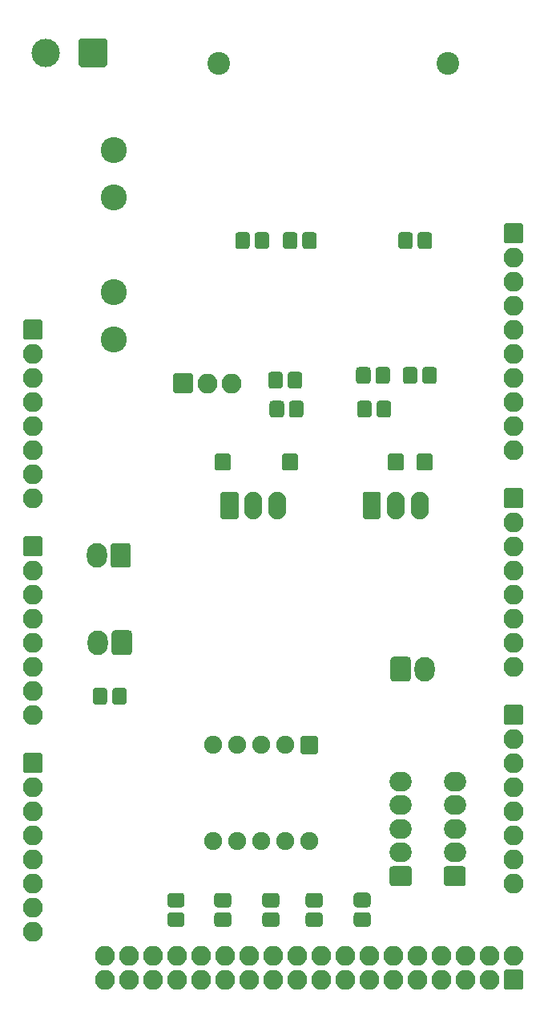
<source format=gbr>
G04 #@! TF.GenerationSoftware,KiCad,Pcbnew,(5.1.8)-1*
G04 #@! TF.CreationDate,2021-02-09T17:12:27-05:00*
G04 #@! TF.ProjectId,rlcs_power,726c6373-5f70-46f7-9765-722e6b696361,rev?*
G04 #@! TF.SameCoordinates,Original*
G04 #@! TF.FileFunction,Soldermask,Bot*
G04 #@! TF.FilePolarity,Negative*
%FSLAX46Y46*%
G04 Gerber Fmt 4.6, Leading zero omitted, Abs format (unit mm)*
G04 Created by KiCad (PCBNEW (5.1.8)-1) date 2021-02-09 17:12:27*
%MOMM*%
%LPD*%
G01*
G04 APERTURE LIST*
%ADD10C,2.400000*%
%ADD11O,2.100000X2.100000*%
%ADD12O,2.350000X2.100000*%
%ADD13C,1.900000*%
%ADD14O,1.900000X2.900000*%
%ADD15O,2.140000X2.600000*%
%ADD16C,3.000000*%
%ADD17C,2.750000*%
G04 APERTURE END LIST*
D10*
X139100000Y-67140000D03*
X114900000Y-67140000D03*
G36*
G01*
X145000000Y-113880000D02*
X145000000Y-112180000D01*
G75*
G02*
X145200000Y-111980000I200000J0D01*
G01*
X146900000Y-111980000D01*
G75*
G02*
X147100000Y-112180000I0J-200000D01*
G01*
X147100000Y-113880000D01*
G75*
G02*
X146900000Y-114080000I-200000J0D01*
G01*
X145200000Y-114080000D01*
G75*
G02*
X145000000Y-113880000I0J200000D01*
G01*
G37*
D11*
X146050000Y-115570000D03*
X146050000Y-118110000D03*
X146050000Y-120650000D03*
X146050000Y-123190000D03*
X146050000Y-125730000D03*
X146050000Y-128270000D03*
X146050000Y-130810000D03*
X146050000Y-107950000D03*
X146050000Y-105410000D03*
X146050000Y-102870000D03*
X146050000Y-100330000D03*
X146050000Y-97790000D03*
X146050000Y-95250000D03*
X146050000Y-92710000D03*
X146050000Y-90170000D03*
X146050000Y-87630000D03*
G36*
G01*
X145000000Y-85940000D02*
X145000000Y-84240000D01*
G75*
G02*
X145200000Y-84040000I200000J0D01*
G01*
X146900000Y-84040000D01*
G75*
G02*
X147100000Y-84240000I0J-200000D01*
G01*
X147100000Y-85940000D01*
G75*
G02*
X146900000Y-86140000I-200000J0D01*
G01*
X145200000Y-86140000D01*
G75*
G02*
X145000000Y-85940000I0J200000D01*
G01*
G37*
G36*
G01*
X145000000Y-136740000D02*
X145000000Y-135040000D01*
G75*
G02*
X145200000Y-134840000I200000J0D01*
G01*
X146900000Y-134840000D01*
G75*
G02*
X147100000Y-135040000I0J-200000D01*
G01*
X147100000Y-136740000D01*
G75*
G02*
X146900000Y-136940000I-200000J0D01*
G01*
X145200000Y-136940000D01*
G75*
G02*
X145000000Y-136740000I0J200000D01*
G01*
G37*
X146050000Y-138430000D03*
X146050000Y-140970000D03*
X146050000Y-143510000D03*
X146050000Y-146050000D03*
X146050000Y-148590000D03*
X146050000Y-151130000D03*
X146050000Y-153670000D03*
G36*
G01*
X94200000Y-141820000D02*
X94200000Y-140120000D01*
G75*
G02*
X94400000Y-139920000I200000J0D01*
G01*
X96100000Y-139920000D01*
G75*
G02*
X96300000Y-140120000I0J-200000D01*
G01*
X96300000Y-141820000D01*
G75*
G02*
X96100000Y-142020000I-200000J0D01*
G01*
X94400000Y-142020000D01*
G75*
G02*
X94200000Y-141820000I0J200000D01*
G01*
G37*
X95250000Y-143510000D03*
X95250000Y-146050000D03*
X95250000Y-148590000D03*
X95250000Y-151130000D03*
X95250000Y-153670000D03*
X95250000Y-156210000D03*
X95250000Y-158750000D03*
G36*
G01*
X94200000Y-118960000D02*
X94200000Y-117260000D01*
G75*
G02*
X94400000Y-117060000I200000J0D01*
G01*
X96100000Y-117060000D01*
G75*
G02*
X96300000Y-117260000I0J-200000D01*
G01*
X96300000Y-118960000D01*
G75*
G02*
X96100000Y-119160000I-200000J0D01*
G01*
X94400000Y-119160000D01*
G75*
G02*
X94200000Y-118960000I0J200000D01*
G01*
G37*
X95250000Y-120650000D03*
X95250000Y-123190000D03*
X95250000Y-125730000D03*
X95250000Y-128270000D03*
X95250000Y-130810000D03*
X95250000Y-133350000D03*
X95250000Y-135890000D03*
G36*
G01*
X94200000Y-96100000D02*
X94200000Y-94400000D01*
G75*
G02*
X94400000Y-94200000I200000J0D01*
G01*
X96100000Y-94200000D01*
G75*
G02*
X96300000Y-94400000I0J-200000D01*
G01*
X96300000Y-96100000D01*
G75*
G02*
X96100000Y-96300000I-200000J0D01*
G01*
X94400000Y-96300000D01*
G75*
G02*
X94200000Y-96100000I0J200000D01*
G01*
G37*
X95250000Y-97790000D03*
X95250000Y-100330000D03*
X95250000Y-102870000D03*
X95250000Y-105410000D03*
X95250000Y-107950000D03*
X95250000Y-110490000D03*
X95250000Y-113030000D03*
G36*
G01*
X145200000Y-162780000D02*
X146900000Y-162780000D01*
G75*
G02*
X147100000Y-162980000I0J-200000D01*
G01*
X147100000Y-164680000D01*
G75*
G02*
X146900000Y-164880000I-200000J0D01*
G01*
X145200000Y-164880000D01*
G75*
G02*
X145000000Y-164680000I0J200000D01*
G01*
X145000000Y-162980000D01*
G75*
G02*
X145200000Y-162780000I200000J0D01*
G01*
G37*
X146050000Y-161290000D03*
X143510000Y-163830000D03*
X143510000Y-161290000D03*
X140970000Y-163830000D03*
X140970000Y-161290000D03*
X138430000Y-163830000D03*
X138430000Y-161290000D03*
X135890000Y-163830000D03*
X135890000Y-161290000D03*
X133350000Y-163830000D03*
X133350000Y-161290000D03*
X130810000Y-163830000D03*
X130810000Y-161290000D03*
X128270000Y-163830000D03*
X128270000Y-161290000D03*
X125730000Y-163830000D03*
X125730000Y-161290000D03*
X123190000Y-163830000D03*
X123190000Y-161290000D03*
X120650000Y-163830000D03*
X120650000Y-161290000D03*
X118110000Y-163830000D03*
X118110000Y-161290000D03*
X115570000Y-163830000D03*
X115570000Y-161290000D03*
X113030000Y-163830000D03*
X113030000Y-161290000D03*
X110490000Y-163830000D03*
X110490000Y-161290000D03*
X107950000Y-163830000D03*
X107950000Y-161290000D03*
X105410000Y-163830000D03*
X105410000Y-161290000D03*
X102870000Y-163830000D03*
X102870000Y-161290000D03*
X116205000Y-100901500D03*
X113665000Y-100901500D03*
G36*
G01*
X111975000Y-101951500D02*
X110275000Y-101951500D01*
G75*
G02*
X110075000Y-101751500I0J200000D01*
G01*
X110075000Y-100051500D01*
G75*
G02*
X110275000Y-99851500I200000J0D01*
G01*
X111975000Y-99851500D01*
G75*
G02*
X112175000Y-100051500I0J-200000D01*
G01*
X112175000Y-101751500D01*
G75*
G02*
X111975000Y-101951500I-200000J0D01*
G01*
G37*
D12*
X139827000Y-142908000D03*
X139827000Y-145408000D03*
X139827000Y-147908000D03*
X139827000Y-150408000D03*
G36*
G01*
X140693177Y-153958000D02*
X138960823Y-153958000D01*
G75*
G02*
X138652000Y-153649177I0J308823D01*
G01*
X138652000Y-152166823D01*
G75*
G02*
X138960823Y-151858000I308823J0D01*
G01*
X140693177Y-151858000D01*
G75*
G02*
X141002000Y-152166823I0J-308823D01*
G01*
X141002000Y-153649177D01*
G75*
G02*
X140693177Y-153958000I-308823J0D01*
G01*
G37*
X134112000Y-142908000D03*
X134112000Y-145408000D03*
X134112000Y-147908000D03*
X134112000Y-150408000D03*
G36*
G01*
X134978177Y-153958000D02*
X133245823Y-153958000D01*
G75*
G02*
X132937000Y-153649177I0J308823D01*
G01*
X132937000Y-152166823D01*
G75*
G02*
X133245823Y-151858000I308823J0D01*
G01*
X134978177Y-151858000D01*
G75*
G02*
X135287000Y-152166823I0J-308823D01*
G01*
X135287000Y-153649177D01*
G75*
G02*
X134978177Y-153958000I-308823J0D01*
G01*
G37*
G36*
G01*
X123710000Y-138115000D02*
X125210000Y-138115000D01*
G75*
G02*
X125410000Y-138315000I0J-200000D01*
G01*
X125410000Y-139815000D01*
G75*
G02*
X125210000Y-140015000I-200000J0D01*
G01*
X123710000Y-140015000D01*
G75*
G02*
X123510000Y-139815000I0J200000D01*
G01*
X123510000Y-138315000D01*
G75*
G02*
X123710000Y-138115000I200000J0D01*
G01*
G37*
D13*
X121920000Y-139065000D03*
X119380000Y-139065000D03*
X116840000Y-139065000D03*
X114300000Y-139065000D03*
X114300000Y-149225000D03*
X116840000Y-149225000D03*
X119380000Y-149225000D03*
X121920000Y-149225000D03*
X124460000Y-149225000D03*
G36*
G01*
X121661000Y-100020955D02*
X121661000Y-101147045D01*
G75*
G02*
X121324045Y-101484000I-336955J0D01*
G01*
X120447955Y-101484000D01*
G75*
G02*
X120111000Y-101147045I0J336955D01*
G01*
X120111000Y-100020955D01*
G75*
G02*
X120447955Y-99684000I336955J0D01*
G01*
X121324045Y-99684000D01*
G75*
G02*
X121661000Y-100020955I0J-336955D01*
G01*
G37*
G36*
G01*
X123711000Y-100020955D02*
X123711000Y-101147045D01*
G75*
G02*
X123374045Y-101484000I-336955J0D01*
G01*
X122497955Y-101484000D01*
G75*
G02*
X122161000Y-101147045I0J336955D01*
G01*
X122161000Y-100020955D01*
G75*
G02*
X122497955Y-99684000I336955J0D01*
G01*
X123374045Y-99684000D01*
G75*
G02*
X123711000Y-100020955I0J-336955D01*
G01*
G37*
G36*
G01*
X121553000Y-109895000D02*
X121553000Y-108545000D01*
G75*
G02*
X121753000Y-108345000I200000J0D01*
G01*
X123103000Y-108345000D01*
G75*
G02*
X123303000Y-108545000I0J-200000D01*
G01*
X123303000Y-109895000D01*
G75*
G02*
X123103000Y-110095000I-200000J0D01*
G01*
X121753000Y-110095000D01*
G75*
G02*
X121553000Y-109895000I0J200000D01*
G01*
G37*
G36*
G01*
X135777000Y-109895000D02*
X135777000Y-108545000D01*
G75*
G02*
X135977000Y-108345000I200000J0D01*
G01*
X137327000Y-108345000D01*
G75*
G02*
X137527000Y-108545000I0J-200000D01*
G01*
X137527000Y-109895000D01*
G75*
G02*
X137327000Y-110095000I-200000J0D01*
G01*
X135977000Y-110095000D01*
G75*
G02*
X135777000Y-109895000I0J200000D01*
G01*
G37*
G36*
G01*
X114441000Y-109895000D02*
X114441000Y-108545000D01*
G75*
G02*
X114641000Y-108345000I200000J0D01*
G01*
X115991000Y-108345000D01*
G75*
G02*
X116191000Y-108545000I0J-200000D01*
G01*
X116191000Y-109895000D01*
G75*
G02*
X115991000Y-110095000I-200000J0D01*
G01*
X114641000Y-110095000D01*
G75*
G02*
X114441000Y-109895000I0J200000D01*
G01*
G37*
D14*
X121094500Y-113792000D03*
X118554500Y-113792000D03*
G36*
G01*
X115064500Y-115042000D02*
X115064500Y-112542000D01*
G75*
G02*
X115264500Y-112342000I200000J0D01*
G01*
X116764500Y-112342000D01*
G75*
G02*
X116964500Y-112542000I0J-200000D01*
G01*
X116964500Y-115042000D01*
G75*
G02*
X116764500Y-115242000I-200000J0D01*
G01*
X115264500Y-115242000D01*
G75*
G02*
X115064500Y-115042000I0J200000D01*
G01*
G37*
X136144000Y-113792000D03*
X133604000Y-113792000D03*
G36*
G01*
X130114000Y-115042000D02*
X130114000Y-112542000D01*
G75*
G02*
X130314000Y-112342000I200000J0D01*
G01*
X131814000Y-112342000D01*
G75*
G02*
X132014000Y-112542000I0J-200000D01*
G01*
X132014000Y-115042000D01*
G75*
G02*
X131814000Y-115242000I-200000J0D01*
G01*
X130314000Y-115242000D01*
G75*
G02*
X130114000Y-115042000I0J200000D01*
G01*
G37*
G36*
G01*
X135895000Y-86415045D02*
X135895000Y-85288955D01*
G75*
G02*
X136231955Y-84952000I336955J0D01*
G01*
X137108045Y-84952000D01*
G75*
G02*
X137445000Y-85288955I0J-336955D01*
G01*
X137445000Y-86415045D01*
G75*
G02*
X137108045Y-86752000I-336955J0D01*
G01*
X136231955Y-86752000D01*
G75*
G02*
X135895000Y-86415045I0J336955D01*
G01*
G37*
G36*
G01*
X133845000Y-86415045D02*
X133845000Y-85288955D01*
G75*
G02*
X134181955Y-84952000I336955J0D01*
G01*
X135058045Y-84952000D01*
G75*
G02*
X135395000Y-85288955I0J-336955D01*
G01*
X135395000Y-86415045D01*
G75*
G02*
X135058045Y-86752000I-336955J0D01*
G01*
X134181955Y-86752000D01*
G75*
G02*
X133845000Y-86415045I0J336955D01*
G01*
G37*
G36*
G01*
X125531045Y-156223000D02*
X124404955Y-156223000D01*
G75*
G02*
X124068000Y-155886045I0J336955D01*
G01*
X124068000Y-155009955D01*
G75*
G02*
X124404955Y-154673000I336955J0D01*
G01*
X125531045Y-154673000D01*
G75*
G02*
X125868000Y-155009955I0J-336955D01*
G01*
X125868000Y-155886045D01*
G75*
G02*
X125531045Y-156223000I-336955J0D01*
G01*
G37*
G36*
G01*
X125531045Y-158273000D02*
X124404955Y-158273000D01*
G75*
G02*
X124068000Y-157936045I0J336955D01*
G01*
X124068000Y-157059955D01*
G75*
G02*
X124404955Y-156723000I336955J0D01*
G01*
X125531045Y-156723000D01*
G75*
G02*
X125868000Y-157059955I0J-336955D01*
G01*
X125868000Y-157936045D01*
G75*
G02*
X125531045Y-158273000I-336955J0D01*
G01*
G37*
G36*
G01*
X130611045Y-156205000D02*
X129484955Y-156205000D01*
G75*
G02*
X129148000Y-155868045I0J336955D01*
G01*
X129148000Y-154991955D01*
G75*
G02*
X129484955Y-154655000I336955J0D01*
G01*
X130611045Y-154655000D01*
G75*
G02*
X130948000Y-154991955I0J-336955D01*
G01*
X130948000Y-155868045D01*
G75*
G02*
X130611045Y-156205000I-336955J0D01*
G01*
G37*
G36*
G01*
X130611045Y-158255000D02*
X129484955Y-158255000D01*
G75*
G02*
X129148000Y-157918045I0J336955D01*
G01*
X129148000Y-157041955D01*
G75*
G02*
X129484955Y-156705000I336955J0D01*
G01*
X130611045Y-156705000D01*
G75*
G02*
X130948000Y-157041955I0J-336955D01*
G01*
X130948000Y-157918045D01*
G75*
G02*
X130611045Y-158255000I-336955J0D01*
G01*
G37*
G36*
G01*
X120959045Y-156214000D02*
X119832955Y-156214000D01*
G75*
G02*
X119496000Y-155877045I0J336955D01*
G01*
X119496000Y-155000955D01*
G75*
G02*
X119832955Y-154664000I336955J0D01*
G01*
X120959045Y-154664000D01*
G75*
G02*
X121296000Y-155000955I0J-336955D01*
G01*
X121296000Y-155877045D01*
G75*
G02*
X120959045Y-156214000I-336955J0D01*
G01*
G37*
G36*
G01*
X120959045Y-158264000D02*
X119832955Y-158264000D01*
G75*
G02*
X119496000Y-157927045I0J336955D01*
G01*
X119496000Y-157050955D01*
G75*
G02*
X119832955Y-156714000I336955J0D01*
G01*
X120959045Y-156714000D01*
G75*
G02*
X121296000Y-157050955I0J-336955D01*
G01*
X121296000Y-157927045D01*
G75*
G02*
X120959045Y-158264000I-336955J0D01*
G01*
G37*
G36*
G01*
X110926045Y-156214000D02*
X109799955Y-156214000D01*
G75*
G02*
X109463000Y-155877045I0J336955D01*
G01*
X109463000Y-155000955D01*
G75*
G02*
X109799955Y-154664000I336955J0D01*
G01*
X110926045Y-154664000D01*
G75*
G02*
X111263000Y-155000955I0J-336955D01*
G01*
X111263000Y-155877045D01*
G75*
G02*
X110926045Y-156214000I-336955J0D01*
G01*
G37*
G36*
G01*
X110926045Y-158264000D02*
X109799955Y-158264000D01*
G75*
G02*
X109463000Y-157927045I0J336955D01*
G01*
X109463000Y-157050955D01*
G75*
G02*
X109799955Y-156714000I336955J0D01*
G01*
X110926045Y-156714000D01*
G75*
G02*
X111263000Y-157050955I0J-336955D01*
G01*
X111263000Y-157927045D01*
G75*
G02*
X110926045Y-158264000I-336955J0D01*
G01*
G37*
G36*
G01*
X115879045Y-156214000D02*
X114752955Y-156214000D01*
G75*
G02*
X114416000Y-155877045I0J336955D01*
G01*
X114416000Y-155000955D01*
G75*
G02*
X114752955Y-154664000I336955J0D01*
G01*
X115879045Y-154664000D01*
G75*
G02*
X116216000Y-155000955I0J-336955D01*
G01*
X116216000Y-155877045D01*
G75*
G02*
X115879045Y-156214000I-336955J0D01*
G01*
G37*
G36*
G01*
X115879045Y-158264000D02*
X114752955Y-158264000D01*
G75*
G02*
X114416000Y-157927045I0J336955D01*
G01*
X114416000Y-157050955D01*
G75*
G02*
X114752955Y-156714000I336955J0D01*
G01*
X115879045Y-156714000D01*
G75*
G02*
X116216000Y-157050955I0J-336955D01*
G01*
X116216000Y-157927045D01*
G75*
G02*
X115879045Y-158264000I-336955J0D01*
G01*
G37*
G36*
G01*
X131559000Y-104195045D02*
X131559000Y-103068955D01*
G75*
G02*
X131895955Y-102732000I336955J0D01*
G01*
X132772045Y-102732000D01*
G75*
G02*
X133109000Y-103068955I0J-336955D01*
G01*
X133109000Y-104195045D01*
G75*
G02*
X132772045Y-104532000I-336955J0D01*
G01*
X131895955Y-104532000D01*
G75*
G02*
X131559000Y-104195045I0J336955D01*
G01*
G37*
G36*
G01*
X129509000Y-104195045D02*
X129509000Y-103068955D01*
G75*
G02*
X129845955Y-102732000I336955J0D01*
G01*
X130722045Y-102732000D01*
G75*
G02*
X131059000Y-103068955I0J-336955D01*
G01*
X131059000Y-104195045D01*
G75*
G02*
X130722045Y-104532000I-336955J0D01*
G01*
X129845955Y-104532000D01*
G75*
G02*
X129509000Y-104195045I0J336955D01*
G01*
G37*
G36*
G01*
X121797000Y-103068955D02*
X121797000Y-104195045D01*
G75*
G02*
X121460045Y-104532000I-336955J0D01*
G01*
X120583955Y-104532000D01*
G75*
G02*
X120247000Y-104195045I0J336955D01*
G01*
X120247000Y-103068955D01*
G75*
G02*
X120583955Y-102732000I336955J0D01*
G01*
X121460045Y-102732000D01*
G75*
G02*
X121797000Y-103068955I0J-336955D01*
G01*
G37*
G36*
G01*
X123847000Y-103068955D02*
X123847000Y-104195045D01*
G75*
G02*
X123510045Y-104532000I-336955J0D01*
G01*
X122633955Y-104532000D01*
G75*
G02*
X122297000Y-104195045I0J336955D01*
G01*
X122297000Y-103068955D01*
G75*
G02*
X122633955Y-102732000I336955J0D01*
G01*
X123510045Y-102732000D01*
G75*
G02*
X123847000Y-103068955I0J-336955D01*
G01*
G37*
D15*
X136652000Y-131064000D03*
G36*
G01*
X133042000Y-132056530D02*
X133042000Y-130071470D01*
G75*
G02*
X133349470Y-129764000I307470J0D01*
G01*
X134874530Y-129764000D01*
G75*
G02*
X135182000Y-130071470I0J-307470D01*
G01*
X135182000Y-132056530D01*
G75*
G02*
X134874530Y-132364000I-307470J0D01*
G01*
X133349470Y-132364000D01*
G75*
G02*
X133042000Y-132056530I0J307470D01*
G01*
G37*
X102108000Y-128270000D03*
G36*
G01*
X105718000Y-127277470D02*
X105718000Y-129262530D01*
G75*
G02*
X105410530Y-129570000I-307470J0D01*
G01*
X103885470Y-129570000D01*
G75*
G02*
X103578000Y-129262530I0J307470D01*
G01*
X103578000Y-127277470D01*
G75*
G02*
X103885470Y-126970000I307470J0D01*
G01*
X105410530Y-126970000D01*
G75*
G02*
X105718000Y-127277470I0J-307470D01*
G01*
G37*
X101981000Y-119062500D03*
G36*
G01*
X105591000Y-118069970D02*
X105591000Y-120055030D01*
G75*
G02*
X105283530Y-120362500I-307470J0D01*
G01*
X103758470Y-120362500D01*
G75*
G02*
X103451000Y-120055030I0J307470D01*
G01*
X103451000Y-118069970D01*
G75*
G02*
X103758470Y-117762500I307470J0D01*
G01*
X105283530Y-117762500D01*
G75*
G02*
X105591000Y-118069970I0J-307470D01*
G01*
G37*
D16*
X96600000Y-66040000D03*
G36*
G01*
X103100000Y-64740000D02*
X103100000Y-67340000D01*
G75*
G02*
X102900000Y-67540000I-200000J0D01*
G01*
X100300000Y-67540000D01*
G75*
G02*
X100100000Y-67340000I0J200000D01*
G01*
X100100000Y-64740000D01*
G75*
G02*
X100300000Y-64540000I200000J0D01*
G01*
X102900000Y-64540000D01*
G75*
G02*
X103100000Y-64740000I0J-200000D01*
G01*
G37*
G36*
G01*
X103119000Y-133358455D02*
X103119000Y-134484545D01*
G75*
G02*
X102782045Y-134821500I-336955J0D01*
G01*
X101905955Y-134821500D01*
G75*
G02*
X101569000Y-134484545I0J336955D01*
G01*
X101569000Y-133358455D01*
G75*
G02*
X101905955Y-133021500I336955J0D01*
G01*
X102782045Y-133021500D01*
G75*
G02*
X103119000Y-133358455I0J-336955D01*
G01*
G37*
G36*
G01*
X105169000Y-133358455D02*
X105169000Y-134484545D01*
G75*
G02*
X104832045Y-134821500I-336955J0D01*
G01*
X103955955Y-134821500D01*
G75*
G02*
X103619000Y-134484545I0J336955D01*
G01*
X103619000Y-133358455D01*
G75*
G02*
X103955955Y-133021500I336955J0D01*
G01*
X104832045Y-133021500D01*
G75*
G02*
X105169000Y-133358455I0J-336955D01*
G01*
G37*
G36*
G01*
X120227500Y-85288955D02*
X120227500Y-86415045D01*
G75*
G02*
X119890545Y-86752000I-336955J0D01*
G01*
X119014455Y-86752000D01*
G75*
G02*
X118677500Y-86415045I0J336955D01*
G01*
X118677500Y-85288955D01*
G75*
G02*
X119014455Y-84952000I336955J0D01*
G01*
X119890545Y-84952000D01*
G75*
G02*
X120227500Y-85288955I0J-336955D01*
G01*
G37*
G36*
G01*
X118177500Y-85288955D02*
X118177500Y-86415045D01*
G75*
G02*
X117840545Y-86752000I-336955J0D01*
G01*
X116964455Y-86752000D01*
G75*
G02*
X116627500Y-86415045I0J336955D01*
G01*
X116627500Y-85288955D01*
G75*
G02*
X116964455Y-84952000I336955J0D01*
G01*
X117840545Y-84952000D01*
G75*
G02*
X118177500Y-85288955I0J-336955D01*
G01*
G37*
D17*
X103822500Y-91263500D03*
X103822500Y-96263500D03*
X103822500Y-81263500D03*
X103822500Y-76263500D03*
G36*
G01*
X129391000Y-100639045D02*
X129391000Y-99512955D01*
G75*
G02*
X129727955Y-99176000I336955J0D01*
G01*
X130604045Y-99176000D01*
G75*
G02*
X130941000Y-99512955I0J-336955D01*
G01*
X130941000Y-100639045D01*
G75*
G02*
X130604045Y-100976000I-336955J0D01*
G01*
X129727955Y-100976000D01*
G75*
G02*
X129391000Y-100639045I0J336955D01*
G01*
G37*
G36*
G01*
X131441000Y-100639045D02*
X131441000Y-99512955D01*
G75*
G02*
X131777955Y-99176000I336955J0D01*
G01*
X132654045Y-99176000D01*
G75*
G02*
X132991000Y-99512955I0J-336955D01*
G01*
X132991000Y-100639045D01*
G75*
G02*
X132654045Y-100976000I-336955J0D01*
G01*
X131777955Y-100976000D01*
G75*
G02*
X131441000Y-100639045I0J336955D01*
G01*
G37*
G36*
G01*
X134335000Y-100639045D02*
X134335000Y-99512955D01*
G75*
G02*
X134671955Y-99176000I336955J0D01*
G01*
X135548045Y-99176000D01*
G75*
G02*
X135885000Y-99512955I0J-336955D01*
G01*
X135885000Y-100639045D01*
G75*
G02*
X135548045Y-100976000I-336955J0D01*
G01*
X134671955Y-100976000D01*
G75*
G02*
X134335000Y-100639045I0J336955D01*
G01*
G37*
G36*
G01*
X136385000Y-100639045D02*
X136385000Y-99512955D01*
G75*
G02*
X136721955Y-99176000I336955J0D01*
G01*
X137598045Y-99176000D01*
G75*
G02*
X137935000Y-99512955I0J-336955D01*
G01*
X137935000Y-100639045D01*
G75*
G02*
X137598045Y-100976000I-336955J0D01*
G01*
X136721955Y-100976000D01*
G75*
G02*
X136385000Y-100639045I0J336955D01*
G01*
G37*
G36*
G01*
X123703000Y-86415045D02*
X123703000Y-85288955D01*
G75*
G02*
X124039955Y-84952000I336955J0D01*
G01*
X124916045Y-84952000D01*
G75*
G02*
X125253000Y-85288955I0J-336955D01*
G01*
X125253000Y-86415045D01*
G75*
G02*
X124916045Y-86752000I-336955J0D01*
G01*
X124039955Y-86752000D01*
G75*
G02*
X123703000Y-86415045I0J336955D01*
G01*
G37*
G36*
G01*
X121653000Y-86415045D02*
X121653000Y-85288955D01*
G75*
G02*
X121989955Y-84952000I336955J0D01*
G01*
X122866045Y-84952000D01*
G75*
G02*
X123203000Y-85288955I0J-336955D01*
G01*
X123203000Y-86415045D01*
G75*
G02*
X122866045Y-86752000I-336955J0D01*
G01*
X121989955Y-86752000D01*
G75*
G02*
X121653000Y-86415045I0J336955D01*
G01*
G37*
G36*
G01*
X132729000Y-109895000D02*
X132729000Y-108545000D01*
G75*
G02*
X132929000Y-108345000I200000J0D01*
G01*
X134279000Y-108345000D01*
G75*
G02*
X134479000Y-108545000I0J-200000D01*
G01*
X134479000Y-109895000D01*
G75*
G02*
X134279000Y-110095000I-200000J0D01*
G01*
X132929000Y-110095000D01*
G75*
G02*
X132729000Y-109895000I0J200000D01*
G01*
G37*
M02*

</source>
